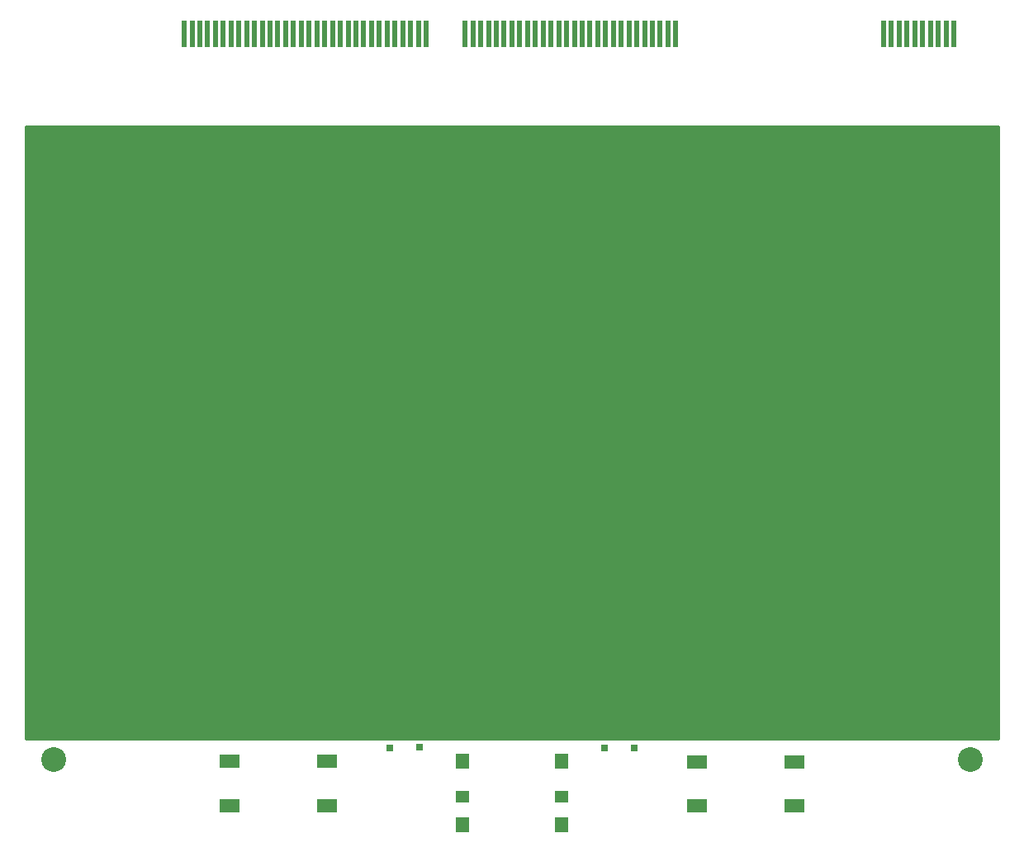
<source format=gbr>
G04 #@! TF.FileFunction,Soldermask,Top*
%FSLAX46Y46*%
G04 Gerber Fmt 4.6, Leading zero omitted, Abs format (unit mm)*
G04 Created by KiCad (PCBNEW 4.0.1-stable) date 11/11/2016 12:06:41 PM*
%MOMM*%
G01*
G04 APERTURE LIST*
%ADD10C,0.100000*%
%ADD11R,0.500000X2.800000*%
%ADD12R,1.400000X1.500000*%
%ADD13R,1.400000X1.300000*%
%ADD14R,0.700000X0.800000*%
%ADD15C,2.540000*%
%ADD16R,2.100000X1.400000*%
%ADD17C,3.200000*%
%ADD18C,0.604800*%
%ADD19C,0.254000*%
G04 APERTURE END LIST*
D10*
D11*
X114400000Y-58625000D03*
X115200000Y-58625000D03*
X116000000Y-58625000D03*
X116800000Y-58625000D03*
X100800000Y-58625000D03*
X101600000Y-58625000D03*
X100000000Y-58625000D03*
X99200000Y-58625000D03*
X91200000Y-58625000D03*
X95200000Y-58625000D03*
X97600000Y-58625000D03*
X98400000Y-58625000D03*
X96800000Y-58625000D03*
X96000000Y-58625000D03*
X113600000Y-58625000D03*
X112800000Y-58625000D03*
X112000000Y-58625000D03*
X108800000Y-58625000D03*
X109600000Y-58625000D03*
X111200000Y-58625000D03*
X110400000Y-58625000D03*
X104000000Y-58625000D03*
X104800000Y-58625000D03*
X103200000Y-58625000D03*
X102400000Y-58625000D03*
X105600000Y-58625000D03*
X106400000Y-58625000D03*
X108000000Y-58625000D03*
X107200000Y-58625000D03*
X84000000Y-58625000D03*
X84800000Y-58625000D03*
X83200000Y-58625000D03*
X82400000Y-58625000D03*
X79200000Y-58625000D03*
X80000000Y-58625000D03*
X81600000Y-58625000D03*
X80800000Y-58625000D03*
X87200000Y-58625000D03*
X88000000Y-58625000D03*
X86400000Y-58625000D03*
X85600000Y-58625000D03*
X88800000Y-58625000D03*
X89600000Y-58625000D03*
X90400000Y-58625000D03*
X72800000Y-58625000D03*
X73600000Y-58625000D03*
X75200000Y-58625000D03*
X74400000Y-58625000D03*
X68000000Y-58625000D03*
X68800000Y-58625000D03*
X67200000Y-58625000D03*
X66400000Y-58625000D03*
X69600000Y-58625000D03*
X70400000Y-58625000D03*
X72000000Y-58625000D03*
X71200000Y-58625000D03*
X76000000Y-58625000D03*
X76800000Y-58625000D03*
X78400000Y-58625000D03*
X77600000Y-58625000D03*
D12*
X94900000Y-133175000D03*
X105100000Y-133175000D03*
X94900000Y-139675000D03*
X105100000Y-139675000D03*
D13*
X94900000Y-136875000D03*
X105100000Y-136875000D03*
D14*
X109500000Y-131800000D03*
X112500000Y-131800000D03*
X87500000Y-131800000D03*
X90500000Y-131747000D03*
D15*
X147000000Y-133000000D03*
X53000000Y-133000000D03*
D16*
X119000000Y-137750000D03*
X119000000Y-133250000D03*
X129000000Y-137750000D03*
X129000000Y-133250000D03*
D17*
X144000000Y-74000000D03*
X144000000Y-125000000D03*
X56000000Y-125000000D03*
X56000000Y-74000000D03*
D16*
X81025000Y-133225000D03*
X81025000Y-137725000D03*
X71025000Y-133225000D03*
X71025000Y-137725000D03*
D18*
X79300000Y-109025000D03*
X79300000Y-106275000D03*
X79300000Y-103525000D03*
X79300000Y-100775000D03*
X79300000Y-98025000D03*
X79300000Y-95275000D03*
X79300000Y-92525000D03*
X79300000Y-89775000D03*
X82050000Y-109025000D03*
X82050000Y-106275000D03*
X82050000Y-103525000D03*
X82050000Y-100775000D03*
X82050000Y-98025000D03*
X82050000Y-95275000D03*
X82050000Y-92525000D03*
X82050000Y-89775000D03*
X84800000Y-109025000D03*
X84800000Y-106275000D03*
X84800000Y-103525000D03*
X84800000Y-100775000D03*
X84800000Y-98025000D03*
X84800000Y-95275000D03*
X84800000Y-92525000D03*
X84800000Y-89775000D03*
X87550000Y-109025000D03*
X87550000Y-106275000D03*
X87550000Y-103525000D03*
X87550000Y-100775000D03*
X87550000Y-98025000D03*
X87550000Y-95275000D03*
X87550000Y-92525000D03*
X87550000Y-89775000D03*
X90300000Y-109025000D03*
X90300000Y-106275000D03*
X90300000Y-103525000D03*
X90300000Y-100775000D03*
X90300000Y-98025000D03*
X90300000Y-95275000D03*
X90300000Y-92525000D03*
X90300000Y-89775000D03*
X93050000Y-109025000D03*
X93050000Y-106275000D03*
X93050000Y-103525000D03*
X93050000Y-100775000D03*
X93050000Y-98025000D03*
X93050000Y-95275000D03*
X93050000Y-92525000D03*
X93050000Y-89775000D03*
X95800000Y-109025000D03*
X95800000Y-106275000D03*
X95800000Y-103525000D03*
X95800000Y-100775000D03*
X95800000Y-98025000D03*
X95800000Y-95275000D03*
X95800000Y-92525000D03*
X95800000Y-89775000D03*
X98550000Y-109025000D03*
X98550000Y-106275000D03*
X98550000Y-103525000D03*
X98550000Y-100775000D03*
X98550000Y-98025000D03*
X98550000Y-95275000D03*
X98550000Y-92525000D03*
X98550000Y-89775000D03*
X101300000Y-109025000D03*
X101300000Y-106275000D03*
X101300000Y-103525000D03*
X101300000Y-100775000D03*
X101300000Y-98025000D03*
X101300000Y-95275000D03*
X101300000Y-92525000D03*
X101300000Y-89775000D03*
X104050000Y-109025000D03*
X104050000Y-106275000D03*
X104050000Y-103525000D03*
X104050000Y-100775000D03*
X104050000Y-98025000D03*
X104050000Y-95275000D03*
X104050000Y-92525000D03*
X104050000Y-89775000D03*
X106800000Y-109025000D03*
X106800000Y-106275000D03*
X106800000Y-103525000D03*
X106800000Y-100775000D03*
X106800000Y-98025000D03*
X106800000Y-95275000D03*
X106800000Y-92525000D03*
X106800000Y-89775000D03*
X109550000Y-109025000D03*
X109550000Y-106275000D03*
X109550000Y-103525000D03*
X109550000Y-100775000D03*
X109550000Y-98025000D03*
X109550000Y-95275000D03*
X109550000Y-92525000D03*
X109550000Y-89775000D03*
X112300000Y-109025000D03*
X112300000Y-106275000D03*
X112300000Y-103525000D03*
X112300000Y-100775000D03*
X112300000Y-98025000D03*
X112300000Y-95275000D03*
X112300000Y-92525000D03*
X112300000Y-89775000D03*
X115050000Y-109025000D03*
X115050000Y-106275000D03*
X115050000Y-103525000D03*
X115050000Y-100775000D03*
X115050000Y-98025000D03*
X115050000Y-95275000D03*
X115050000Y-92525000D03*
X115050000Y-89775000D03*
X117800000Y-109025000D03*
X117800000Y-106275000D03*
X117800000Y-103525000D03*
X117800000Y-100775000D03*
X117800000Y-98025000D03*
X117800000Y-95275000D03*
X117800000Y-92525000D03*
X117800000Y-89775000D03*
D11*
X144500000Y-58625000D03*
X145300000Y-58625000D03*
X139700000Y-58625000D03*
X140500000Y-58625000D03*
X138900000Y-58625000D03*
X138100000Y-58625000D03*
X141300000Y-58625000D03*
X142100000Y-58625000D03*
X143700000Y-58625000D03*
X142900000Y-58625000D03*
D19*
G36*
X149885000Y-130869000D02*
X50139000Y-130869000D01*
X50139000Y-68123000D01*
X149885000Y-68123000D01*
X149885000Y-130869000D01*
X149885000Y-130869000D01*
G37*
X149885000Y-130869000D02*
X50139000Y-130869000D01*
X50139000Y-68123000D01*
X149885000Y-68123000D01*
X149885000Y-130869000D01*
M02*

</source>
